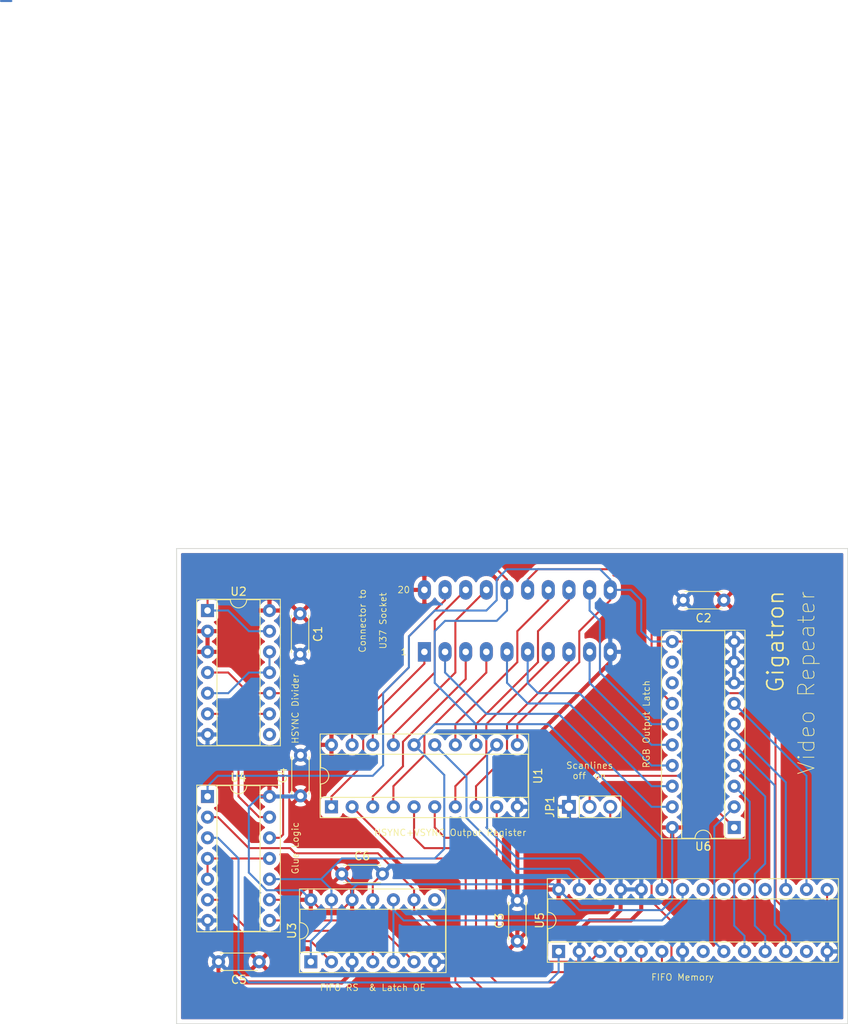
<source format=kicad_pcb>
(kicad_pcb (version 20171130) (host pcbnew "(5.1.9)-1")
  (title_block (title GTFIFO) (rev 1))
  (layers (0 Front signal) (31 Back signal) (34 B.Paste user hide) (35 F.Paste user hide) (36 B.SilkS user hide) (37 F.SilkS user) (38 B.Mask user hide) (39 F.Mask user hide) (44 Edge.Cuts user))
  (net 0 "")
  (net 1 "Net-(JP1-Pad3)")
  (net 2 "Net-(JP1-Pad2)")
  (net 3 "Net-(U1-Pad19)")
  (net 4 /GH)
  (net 5 /D7)
  (net 6 /D3)
  (net 7 /D6)
  (net 8 /D2)
  (net 9 "Net-(U1-Pad16)")
  (net 10 /GL)
  (net 11 /BH)
  (net 12 /RH)
  (net 13 /D5)
  (net 14 /D1)
  (net 15 /D4)
  (net 16 /D0)
  (net 17 /BL)
  (net 18 /RL)
  (net 19 "Net-(U1-Pad11)")
  (net 20 "Net-(U1-Pad1)")
  (net 21 "Net-(U2-Pad6)")
  (net 22 "Net-(U2-Pad11)")
  (net 23 "Net-(U2-Pad9)")
  (net 24 "Net-(U2-Pad8)")
  (net 25 "Net-(U3-Pad6)")
  (net 26 "Net-(U3-Pad10)")
  (net 27 "Net-(U3-Pad4)")
  (net 28 "Net-(U3-Pad2)")
  (net 29 "Net-(U3-Pad8)")
  (net 30 "Net-(U4-Pad11)")
  (net 31 "Net-(U4-Pad3)")
  (net 32 "Net-(U5-Pad13)")
  (net 33 /F3)
  (net 34 /F2)
  (net 35 /F1)
  (net 36 /F0)
  (net 37 "Net-(U5-Pad8)")
  (net 38 "Net-(U5-Pad21)")
  (net 39 "Net-(U5-Pad20)")
  (net 40 "Net-(U5-Pad19)")
  (net 41 "Net-(U5-Pad18)")
  (net 42 /F5)
  (net 43 /F4)
  (net 44 /Q0)
  (net 45 /Q1)
  (net 46 /Q2)
  (net 47 /Q3)
  (net 48 /Q4)
  (net 49 /Q5)
  (net 50 "Net-(U6-Pad13)")
  (net 51 "Net-(U6-Pad12)")
  (net 52 GND)
  (net 53 VCC)
  (module Package_DIP:DIP-20_W7.62mm_Socket (layer Front) (at 78.74 85.09 90)
    (fp_text reference U1 (at 3.81 25.4 90) (layer F.SilkS))
    (fp_text value 74HCT377)
    (pad 1 thru_hole rect (at 0 0 90) (size 1.6 1.6) (drill 0.8) (layers *.Cu *.Mask) (net 20 "Net-(U1-Pad1)"))
    (pad 11 thru_hole oval (at 7.62 22.86 90) (size 1.6 1.6) (drill 0.8) (layers *.Cu *.Mask) (net 19 "Net-(U1-Pad11)"))
    (pad 2 thru_hole oval (at 0 2.54 90) (size 1.6 1.6) (drill 0.8) (layers *.Cu *.Mask) (net 18 /RL))
    (pad 12 thru_hole oval (at 7.62 20.32 90) (size 1.6 1.6) (drill 0.8) (layers *.Cu *.Mask) (net 17 /BL))
    (pad 3 thru_hole oval (at 0 5.08 90) (size 1.6 1.6) (drill 0.8) (layers *.Cu *.Mask) (net 16 /D0))
    (pad 13 thru_hole oval (at 7.62 17.78 90) (size 1.6 1.6) (drill 0.8) (layers *.Cu *.Mask) (net 15 /D4))
    (pad 4 thru_hole oval (at 0 7.62 90) (size 1.6 1.6) (drill 0.8) (layers *.Cu *.Mask) (net 14 /D1))
    (pad 14 thru_hole oval (at 7.62 15.24 90) (size 1.6 1.6) (drill 0.8) (layers *.Cu *.Mask) (net 13 /D5))
    (pad 5 thru_hole oval (at 0 10.16 90) (size 1.6 1.6) (drill 0.8) (layers *.Cu *.Mask) (net 12 /RH))
    (pad 15 thru_hole oval (at 7.62 12.7 90) (size 1.6 1.6) (drill 0.8) (layers *.Cu *.Mask) (net 11 /BH))
    (pad 6 thru_hole oval (at 0 12.7 90) (size 1.6 1.6) (drill 0.8) (layers *.Cu *.Mask) (net 10 /GL))
    (pad 16 thru_hole oval (at 7.62 10.16 90) (size 1.6 1.6) (drill 0.8) (layers *.Cu *.Mask) (net 9 "Net-(U1-Pad16)"))
    (pad 7 thru_hole oval (at 0 15.24 90) (size 1.6 1.6) (drill 0.8) (layers *.Cu *.Mask) (net 8 /D2))
    (pad 17 thru_hole oval (at 7.62 7.62 90) (size 1.6 1.6) (drill 0.8) (layers *.Cu *.Mask) (net 7 /D6))
    (pad 8 thru_hole oval (at 0 17.78 90) (size 1.6 1.6) (drill 0.8) (layers *.Cu *.Mask) (net 6 /D3))
    (pad 18 thru_hole oval (at 7.62 5.08 90) (size 1.6 1.6) (drill 0.8) (layers *.Cu *.Mask) (net 5 /D7))
    (pad 9 thru_hole oval (at 0 20.32 90) (size 1.6 1.6) (drill 0.8) (layers *.Cu *.Mask) (net 4 /GH))
    (pad 19 thru_hole oval (at 7.62 2.54 90) (size 1.6 1.6) (drill 0.8) (layers *.Cu *.Mask) (net 3 "Net-(U1-Pad19)"))
    (pad 10 thru_hole oval (at 0 22.86 90) (size 1.6 1.6) (drill 0.8) (layers *.Cu *.Mask) (net 52 GND))
    (pad 20 thru_hole oval (at 7.62 0 90) (size 1.6 1.6) (drill 0.8) (layers *.Cu *.Mask) (net 53 VCC))
  )
  (module Package_DIP:DIP-14_W7.62mm_Socket (layer Front) (at 63.5 83.82)
    (fp_text reference U4 (at 3.81 -2.33) (layer F.SilkS))
    (fp_text value 74LS00)
    (pad 14 thru_hole oval (at 7.62 0) (size 1.6 1.6) (drill 0.8) (layers *.Cu *.Mask) (net 53 VCC))
    (pad 7 thru_hole oval (at 0 15.24) (size 1.6 1.6) (drill 0.8) (layers *.Cu *.Mask) (net 52 GND))
    (pad 13 thru_hole oval (at 7.62 2.54) (size 1.6 1.6) (drill 0.8) (layers *.Cu *.Mask) (net 21 "Net-(U2-Pad6)"))
    (pad 6 thru_hole oval (at 0 12.7) (size 1.6 1.6) (drill 0.8) (layers *.Cu *.Mask) (net 28 "Net-(U3-Pad2)"))
    (pad 12 thru_hole oval (at 7.62 5.08) (size 1.6 1.6) (drill 0.8) (layers *.Cu *.Mask) (net 23 "Net-(U2-Pad9)"))
    (pad 5 thru_hole oval (at 0 10.16) (size 1.6 1.6) (drill 0.8) (layers *.Cu *.Mask) (net 30 "Net-(U4-Pad11)"))
    (pad 11 thru_hole oval (at 7.62 7.62) (size 1.6 1.6) (drill 0.8) (layers *.Cu *.Mask) (net 30 "Net-(U4-Pad11)"))
    (pad 4 thru_hole oval (at 0 7.62) (size 1.6 1.6) (drill 0.8) (layers *.Cu *.Mask) (net 30 "Net-(U4-Pad11)"))
    (pad 10 thru_hole oval (at 7.62 10.16) (size 1.6 1.6) (drill 0.8) (layers *.Cu *.Mask) (net 9 "Net-(U1-Pad16)"))
    (pad 3 thru_hole oval (at 0 5.08) (size 1.6 1.6) (drill 0.8) (layers *.Cu *.Mask) (net 31 "Net-(U4-Pad3)"))
    (pad 9 thru_hole oval (at 7.62 12.7) (size 1.6 1.6) (drill 0.8) (layers *.Cu *.Mask) (net 25 "Net-(U3-Pad6)"))
    (pad 2 thru_hole oval (at 0 2.54) (size 1.6 1.6) (drill 0.8) (layers *.Cu *.Mask) (net 1 "Net-(JP1-Pad3)"))
    (pad 8 thru_hole oval (at 7.62 15.24) (size 1.6 1.6) (drill 0.8) (layers *.Cu *.Mask) (net 27 "Net-(U3-Pad4)"))
    (pad 1 thru_hole rect (at 0 0) (size 1.6 1.6) (drill 0.8) (layers *.Cu *.Mask) (net 19 "Net-(U1-Pad11)"))
  )
  (module Package_DIP:DIP-20_W7.62mm_Socket (layer Front) (at 128.27 87.63 180)
    (fp_text reference U6 (at 3.81 -2.33) (layer F.SilkS))
    (fp_text value 74HCT574)
    (pad 20 thru_hole oval (at 7.62 0 180) (size 1.6 1.6) (drill 0.8) (layers *.Cu *.Mask) (net 53 VCC))
    (pad 10 thru_hole oval (at 0 22.86 180) (size 1.6 1.6) (drill 0.8) (layers *.Cu *.Mask) (net 52 GND))
    (pad 19 thru_hole oval (at 7.62 2.54 180) (size 1.6 1.6) (drill 0.8) (layers *.Cu *.Mask) (net 44 /Q0))
    (pad 9 thru_hole oval (at 0 20.32 180) (size 1.6 1.6) (drill 0.8) (layers *.Cu *.Mask) (net 52 GND))
    (pad 18 thru_hole oval (at 7.62 5.08 180) (size 1.6 1.6) (drill 0.8) (layers *.Cu *.Mask) (net 45 /Q1))
    (pad 8 thru_hole oval (at 0 17.78 180) (size 1.6 1.6) (drill 0.8) (layers *.Cu *.Mask) (net 52 GND))
    (pad 17 thru_hole oval (at 7.62 7.62 180) (size 1.6 1.6) (drill 0.8) (layers *.Cu *.Mask) (net 46 /Q2))
    (pad 7 thru_hole oval (at 0 15.24 180) (size 1.6 1.6) (drill 0.8) (layers *.Cu *.Mask) (net 43 /F4))
    (pad 16 thru_hole oval (at 7.62 10.16 180) (size 1.6 1.6) (drill 0.8) (layers *.Cu *.Mask) (net 47 /Q3))
    (pad 6 thru_hole oval (at 0 12.7 180) (size 1.6 1.6) (drill 0.8) (layers *.Cu *.Mask) (net 42 /F5))
    (pad 15 thru_hole oval (at 7.62 12.7 180) (size 1.6 1.6) (drill 0.8) (layers *.Cu *.Mask) (net 48 /Q4))
    (pad 5 thru_hole oval (at 0 10.16 180) (size 1.6 1.6) (drill 0.8) (layers *.Cu *.Mask) (net 33 /F3))
    (pad 14 thru_hole oval (at 7.62 15.24 180) (size 1.6 1.6) (drill 0.8) (layers *.Cu *.Mask) (net 49 /Q5))
    (pad 4 thru_hole oval (at 0 7.62 180) (size 1.6 1.6) (drill 0.8) (layers *.Cu *.Mask) (net 34 /F2))
    (pad 13 thru_hole oval (at 7.62 17.78 180) (size 1.6 1.6) (drill 0.8) (layers *.Cu *.Mask) (net 50 "Net-(U6-Pad13)"))
    (pad 3 thru_hole oval (at 0 5.08 180) (size 1.6 1.6) (drill 0.8) (layers *.Cu *.Mask) (net 35 /F1))
    (pad 12 thru_hole oval (at 7.62 20.32 180) (size 1.6 1.6) (drill 0.8) (layers *.Cu *.Mask) (net 51 "Net-(U6-Pad12)"))
    (pad 2 thru_hole oval (at 0 2.54 180) (size 1.6 1.6) (drill 0.8) (layers *.Cu *.Mask) (net 36 /F0))
    (pad 11 thru_hole oval (at 7.62 22.86 180) (size 1.6 1.6) (drill 0.8) (layers *.Cu *.Mask) (net 19 "Net-(U1-Pad11)"))
    (pad 1 thru_hole rect (at 0 0 180) (size 1.6 1.6) (drill 0.8) (layers *.Cu *.Mask) (net 2 "Net-(JP1-Pad2)"))
  )
  (module Package_DIP:DIP-20_W7.62mm_Socket_LongPads (layer Front) (at 90.17 66.04 90)
    (fp_text reference U1A1 hide)
    (fp_text value Connector hide)
    (pad 20 thru_hole oval (at 7.62 0 90) (size 2.4 1.6) (drill 0.8) (layers *.Cu *.Mask) (net 53 VCC))
    (pad 10 thru_hole oval (at 0 22.86 90) (size 2.4 1.6) (drill 0.8) (layers *.Cu *.Mask) (net 52 GND))
    (pad 19 thru_hole oval (at 7.62 2.54 90) (size 2.4 1.6) (drill 0.8) (layers *.Cu *.Mask) (net 3 "Net-(U1-Pad19)"))
    (pad 9 thru_hole oval (at 0 20.32 90) (size 2.4 1.6) (drill 0.8) (layers *.Cu *.Mask) (net 47 /Q3))
    (pad 18 thru_hole oval (at 7.62 5.08 90) (size 2.4 1.6) (drill 0.8) (layers *.Cu *.Mask) (net 5 /D7))
    (pad 8 thru_hole oval (at 0 17.78 90) (size 2.4 1.6) (drill 0.8) (layers *.Cu *.Mask) (net 6 /D3))
    (pad 17 thru_hole oval (at 7.62 7.62 90) (size 2.4 1.6) (drill 0.8) (layers *.Cu *.Mask) (net 7 /D6))
    (pad 7 thru_hole oval (at 0 15.24 90) (size 2.4 1.6) (drill 0.8) (layers *.Cu *.Mask) (net 8 /D2))
    (pad 16 thru_hole oval (at 7.62 10.16 90) (size 2.4 1.6) (drill 0.8) (layers *.Cu *.Mask) (net 9 "Net-(U1-Pad16)"))
    (pad 6 thru_hole oval (at 0 12.7 90) (size 2.4 1.6) (drill 0.8) (layers *.Cu *.Mask) (net 46 /Q2))
    (pad 15 thru_hole oval (at 7.62 12.7 90) (size 2.4 1.6) (drill 0.8) (layers *.Cu *.Mask) (net 49 /Q5))
    (pad 5 thru_hole oval (at 0 10.16 90) (size 2.4 1.6) (drill 0.8) (layers *.Cu *.Mask) (net 45 /Q1))
    (pad 14 thru_hole oval (at 7.62 15.24 90) (size 2.4 1.6) (drill 0.8) (layers *.Cu *.Mask) (net 13 /D5))
    (pad 4 thru_hole oval (at 0 7.62 90) (size 2.4 1.6) (drill 0.8) (layers *.Cu *.Mask) (net 14 /D1))
    (pad 13 thru_hole oval (at 7.62 17.78 90) (size 2.4 1.6) (drill 0.8) (layers *.Cu *.Mask) (net 15 /D4))
    (pad 3 thru_hole oval (at 0 5.08 90) (size 2.4 1.6) (drill 0.8) (layers *.Cu *.Mask) (net 16 /D0))
    (pad 12 thru_hole oval (at 7.62 20.32 90) (size 2.4 1.6) (drill 0.8) (layers *.Cu *.Mask) (net 48 /Q4))
    (pad 2 thru_hole oval (at 0 2.54 90) (size 2.4 1.6) (drill 0.8) (layers *.Cu *.Mask) (net 44 /Q0))
    (pad 11 thru_hole oval (at 7.62 22.86 90) (size 2.4 1.6) (drill 0.8) (layers *.Cu *.Mask) (net 19 "Net-(U1-Pad11)"))
    (pad 1 thru_hole rect (at 0 0 90) (size 2.4 1.6) (drill 0.8) (layers *.Cu *.Mask) (net 20 "Net-(U1-Pad1)"))
  )
  (module Capacitor_THT:C_Disc_D4.3mm_W1.9mm_P5.00mm (layer Front) (at 80.01 93.345)
    (fp_text reference C6 (at 2.5 -2.2) (layer F.SilkS))
    (fp_text value 100nF)
    (pad 2 thru_hole circle (at 5 0) (size 1.6 1.6) (drill 0.8) (layers *.Cu *.Mask) (net 52 GND))
    (pad 1 thru_hole circle (at 0 0) (size 1.6 1.6) (drill 0.8) (layers *.Cu *.Mask) (net 53 VCC))
  )
  (module Capacitor_THT:C_Disc_D4.3mm_W1.9mm_P5.00mm (layer Front) (at 69.85 104.14 180)
    (fp_text reference C5 (at 2.5 -2.2) (layer F.SilkS))
    (fp_text value 100nF)
    (pad 2 thru_hole circle (at 5 0 180) (size 1.6 1.6) (drill 0.8) (layers *.Cu *.Mask) (net 52 GND))
    (pad 1 thru_hole circle (at 0 0 180) (size 1.6 1.6) (drill 0.8) (layers *.Cu *.Mask) (net 53 VCC))
  )
  (module Capacitor_THT:C_Disc_D4.3mm_W1.9mm_P5.00mm (layer Front) (at 74.93 83.74 90)
    (fp_text reference C4 (at 2.5 -2.2 90) (layer F.SilkS))
    (fp_text value 100nF)
    (pad 2 thru_hole circle (at 5 0 90) (size 1.6 1.6) (drill 0.8) (layers *.Cu *.Mask) (net 52 GND))
    (pad 1 thru_hole circle (at 0 0 90) (size 1.6 1.6) (drill 0.8) (layers *.Cu *.Mask) (net 53 VCC))
  )
  (module Capacitor_THT:C_Disc_D4.3mm_W1.9mm_P5.00mm (layer Front) (at 101.6 101.6 90)
    (fp_text reference C3 (at 2.5 -2.2 90) (layer F.SilkS))
    (fp_text value 100nF)
    (pad 2 thru_hole circle (at 5 0 90) (size 1.6 1.6) (drill 0.8) (layers *.Cu *.Mask) (net 52 GND))
    (pad 1 thru_hole circle (at 0 0 90) (size 1.6 1.6) (drill 0.8) (layers *.Cu *.Mask) (net 53 VCC))
  )
  (module Capacitor_THT:C_Disc_D4.3mm_W1.9mm_P5.00mm (layer Front) (at 127 59.69 180)
    (fp_text reference C2 (at 2.5 -2.2) (layer F.SilkS))
    (fp_text value 100nF)
    (pad 2 thru_hole circle (at 5 0 180) (size 1.6 1.6) (drill 0.8) (layers *.Cu *.Mask) (net 52 GND))
    (pad 1 thru_hole circle (at 0 0 180) (size 1.6 1.6) (drill 0.8) (layers *.Cu *.Mask) (net 53 VCC))
  )
  (module Capacitor_THT:C_Disc_D4.3mm_W1.9mm_P5.00mm (layer Front) (at 74.8792 61.341 270)
    (fp_text reference C1 (at 2.5 -2.2 90) (layer F.SilkS))
    (fp_text value 100nF)
    (pad 2 thru_hole circle (at 5 0 270) (size 1.6 1.6) (drill 0.8) (layers *.Cu *.Mask) (net 52 GND))
    (pad 1 thru_hole circle (at 0 0 270) (size 1.6 1.6) (drill 0.8) (layers *.Cu *.Mask) (net 53 VCC))
  )
  (module Package_DIP:DIP-28_W7.62mm_Socket (layer Front) (at 106.68 102.87 90)
    (fp_text reference U5 (at 3.81 -2.33 90) (layer F.SilkS))
    (fp_text value SN74ACT7201)
    (pad 28 thru_hole oval (at 7.62 0 90) (size 1.6 1.6) (drill 0.8) (layers *.Cu *.Mask) (net 53 VCC))
    (pad 14 thru_hole oval (at 0 33.02 90) (size 1.6 1.6) (drill 0.8) (layers *.Cu *.Mask) (net 52 GND))
    (pad 27 thru_hole oval (at 7.62 2.54 90) (size 1.6 1.6) (drill 0.8) (layers *.Cu *.Mask) (net 11 /BH))
    (pad 13 thru_hole oval (at 0 30.48 90) (size 1.6 1.6) (drill 0.8) (layers *.Cu *.Mask) (net 32 "Net-(U5-Pad13)"))
    (pad 26 thru_hole oval (at 7.62 5.08 90) (size 1.6 1.6) (drill 0.8) (layers *.Cu *.Mask) (net 17 /BL))
    (pad 12 thru_hole oval (at 0 27.94 90) (size 1.6 1.6) (drill 0.8) (layers *.Cu *.Mask) (net 33 /F3))
    (pad 25 thru_hole oval (at 7.62 7.62 90) (size 1.6 1.6) (drill 0.8) (layers *.Cu *.Mask) (net 52 GND))
    (pad 11 thru_hole oval (at 0 25.4 90) (size 1.6 1.6) (drill 0.8) (layers *.Cu *.Mask) (net 34 /F2))
    (pad 24 thru_hole oval (at 7.62 10.16 90) (size 1.6 1.6) (drill 0.8) (layers *.Cu *.Mask) (net 52 GND))
    (pad 10 thru_hole oval (at 0 22.86 90) (size 1.6 1.6) (drill 0.8) (layers *.Cu *.Mask) (net 35 /F1))
    (pad 23 thru_hole oval (at 7.62 12.7 90) (size 1.6 1.6) (drill 0.8) (layers *.Cu *.Mask) (net 9 "Net-(U1-Pad16)"))
    (pad 9 thru_hole oval (at 0 20.32 90) (size 1.6 1.6) (drill 0.8) (layers *.Cu *.Mask) (net 36 /F0))
    (pad 22 thru_hole oval (at 7.62 15.24 90) (size 1.6 1.6) (drill 0.8) (layers *.Cu *.Mask) (net 26 "Net-(U3-Pad10)"))
    (pad 8 thru_hole oval (at 0 17.78 90) (size 1.6 1.6) (drill 0.8) (layers *.Cu *.Mask) (net 37 "Net-(U5-Pad8)"))
    (pad 21 thru_hole oval (at 7.62 17.78 90) (size 1.6 1.6) (drill 0.8) (layers *.Cu *.Mask) (net 38 "Net-(U5-Pad21)"))
    (pad 7 thru_hole oval (at 0 15.24 90) (size 1.6 1.6) (drill 0.8) (layers *.Cu *.Mask) (net 52 GND))
    (pad 20 thru_hole oval (at 7.62 20.32 90) (size 1.6 1.6) (drill 0.8) (layers *.Cu *.Mask) (net 39 "Net-(U5-Pad20)"))
    (pad 6 thru_hole oval (at 0 12.7 90) (size 1.6 1.6) (drill 0.8) (layers *.Cu *.Mask) (net 18 /RL))
    (pad 19 thru_hole oval (at 7.62 22.86 90) (size 1.6 1.6) (drill 0.8) (layers *.Cu *.Mask) (net 40 "Net-(U5-Pad19)"))
    (pad 5 thru_hole oval (at 0 10.16 90) (size 1.6 1.6) (drill 0.8) (layers *.Cu *.Mask) (net 12 /RH))
    (pad 18 thru_hole oval (at 7.62 25.4 90) (size 1.6 1.6) (drill 0.8) (layers *.Cu *.Mask) (net 41 "Net-(U5-Pad18)"))
    (pad 4 thru_hole oval (at 0 7.62 90) (size 1.6 1.6) (drill 0.8) (layers *.Cu *.Mask) (net 10 /GL))
    (pad 17 thru_hole oval (at 7.62 27.94 90) (size 1.6 1.6) (drill 0.8) (layers *.Cu *.Mask) (net 42 /F5))
    (pad 3 thru_hole oval (at 0 5.08 90) (size 1.6 1.6) (drill 0.8) (layers *.Cu *.Mask) (net 4 /GH))
    (pad 16 thru_hole oval (at 7.62 30.48 90) (size 1.6 1.6) (drill 0.8) (layers *.Cu *.Mask) (net 43 /F4))
    (pad 2 thru_hole oval (at 0 2.54 90) (size 1.6 1.6) (drill 0.8) (layers *.Cu *.Mask) (net 52 GND))
    (pad 15 thru_hole oval (at 7.62 33.02 90) (size 1.6 1.6) (drill 0.8) (layers *.Cu *.Mask) (net 19 "Net-(U1-Pad11)"))
    (pad 1 thru_hole rect (at 0 0 90) (size 1.6 1.6) (drill 0.8) (layers *.Cu *.Mask) (net 31 "Net-(U4-Pad3)"))
  )
  (module Package_DIP:DIP-14_W7.62mm_Socket (layer Front) (at 76.2 104.14 90)
    (fp_text reference U3 (at 3.81 -2.33 90) (layer F.SilkS))
    (fp_text value 74LS113)
    (pad 14 thru_hole oval (at 7.62 0 90) (size 1.6 1.6) (drill 0.8) (layers *.Cu *.Mask) (net 53 VCC))
    (pad 7 thru_hole oval (at 0 15.24 90) (size 1.6 1.6) (drill 0.8) (layers *.Cu *.Mask) (net 52 GND))
    (pad 13 thru_hole oval (at 7.62 2.54 90) (size 1.6 1.6) (drill 0.8) (layers *.Cu *.Mask) (net 9 "Net-(U1-Pad16)"))
    (pad 6 thru_hole oval (at 0 12.7 90) (size 1.6 1.6) (drill 0.8) (layers *.Cu *.Mask) (net 25 "Net-(U3-Pad6)"))
    (pad 12 thru_hole oval (at 7.62 5.08 90) (size 1.6 1.6) (drill 0.8) (layers *.Cu *.Mask) (net 53 VCC))
    (pad 5 thru_hole oval (at 0 10.16 90) (size 1.6 1.6) (drill 0.8) (layers *.Cu *.Mask) (net 26 "Net-(U3-Pad10)"))
    (pad 11 thru_hole oval (at 7.62 7.62 90) (size 1.6 1.6) (drill 0.8) (layers *.Cu *.Mask) (net 52 GND))
    (pad 4 thru_hole oval (at 0 7.62 90) (size 1.6 1.6) (drill 0.8) (layers *.Cu *.Mask) (net 27 "Net-(U3-Pad4)"))
    (pad 10 thru_hole oval (at 7.62 10.16 90) (size 1.6 1.6) (drill 0.8) (layers *.Cu *.Mask) (net 26 "Net-(U3-Pad10)"))
    (pad 3 thru_hole oval (at 0 5.08 90) (size 1.6 1.6) (drill 0.8) (layers *.Cu *.Mask) (net 52 GND))
    (pad 9 thru_hole oval (at 7.62 12.7 90) (size 1.6 1.6) (drill 0.8) (layers *.Cu *.Mask) (net 1 "Net-(JP1-Pad3)"))
    (pad 2 thru_hole oval (at 0 2.54 90) (size 1.6 1.6) (drill 0.8) (layers *.Cu *.Mask) (net 28 "Net-(U3-Pad2)"))
    (pad 8 thru_hole oval (at 7.62 15.24 90) (size 1.6 1.6) (drill 0.8) (layers *.Cu *.Mask) (net 29 "Net-(U3-Pad8)"))
    (pad 1 thru_hole rect (at 0 0 90) (size 1.6 1.6) (drill 0.8) (layers *.Cu *.Mask) (net 9 "Net-(U1-Pad16)"))
  )
  (module Package_DIP:DIP-14_W7.62mm_Socket (layer Front) (at 63.5 60.96)
    (fp_text reference U2 (at 3.81 -2.33) (layer F.SilkS))
    (fp_text value 74LS113)
    (pad 14 thru_hole oval (at 7.62 0) (size 1.6 1.6) (drill 0.8) (layers *.Cu *.Mask) (net 53 VCC))
    (pad 7 thru_hole oval (at 0 15.24) (size 1.6 1.6) (drill 0.8) (layers *.Cu *.Mask) (net 52 GND))
    (pad 13 thru_hole oval (at 7.62 2.54) (size 1.6 1.6) (drill 0.8) (layers *.Cu *.Mask) (net 9 "Net-(U1-Pad16)"))
    (pad 6 thru_hole oval (at 0 12.7) (size 1.6 1.6) (drill 0.8) (layers *.Cu *.Mask) (net 21 "Net-(U2-Pad6)"))
    (pad 12 thru_hole oval (at 7.62 5.08) (size 1.6 1.6) (drill 0.8) (layers *.Cu *.Mask) (net 22 "Net-(U2-Pad11)"))
    (pad 5 thru_hole oval (at 0 10.16) (size 1.6 1.6) (drill 0.8) (layers *.Cu *.Mask) (net 22 "Net-(U2-Pad11)"))
    (pad 11 thru_hole oval (at 7.62 7.62) (size 1.6 1.6) (drill 0.8) (layers *.Cu *.Mask) (net 22 "Net-(U2-Pad11)"))
    (pad 4 thru_hole oval (at 0 7.62) (size 1.6 1.6) (drill 0.8) (layers *.Cu *.Mask) (net 3 "Net-(U1-Pad19)"))
    (pad 10 thru_hole oval (at 7.62 10.16) (size 1.6 1.6) (drill 0.8) (layers *.Cu *.Mask) (net 3 "Net-(U1-Pad19)"))
    (pad 3 thru_hole oval (at 0 5.08) (size 1.6 1.6) (drill 0.8) (layers *.Cu *.Mask) (net 53 VCC))
    (pad 9 thru_hole oval (at 7.62 12.7) (size 1.6 1.6) (drill 0.8) (layers *.Cu *.Mask) (net 23 "Net-(U2-Pad9)"))
    (pad 2 thru_hole oval (at 0 2.54) (size 1.6 1.6) (drill 0.8) (layers *.Cu *.Mask) (net 53 VCC))
    (pad 8 thru_hole oval (at 7.62 15.24) (size 1.6 1.6) (drill 0.8) (layers *.Cu *.Mask) (net 24 "Net-(U2-Pad8)"))
    (pad 1 thru_hole rect (at 0 0) (size 1.6 1.6) (drill 0.8) (layers *.Cu *.Mask) (net 9 "Net-(U1-Pad16)"))
  )
  (module Connector_PinHeader_2.54mm:PinHeader_1x03_P2.54mm_Vertical (layer Front) (at 107.95 85.09 90)
    (fp_text reference JP1 (at 0 -2.33 90) (layer F.SilkS))
    (fp_text value Jumper_NC_Dual)
    (pad 3 thru_hole oval (at 0 5.08 90) (size 1.7 1.7) (drill 1) (layers *.Cu *.Mask) (net 1 "Net-(JP1-Pad3)"))
    (pad 2 thru_hole oval (at 0 2.54 90) (size 1.7 1.7) (drill 1) (layers *.Cu *.Mask) (net 2 "Net-(JP1-Pad2)"))
    (pad 1 thru_hole rect (at 0 0 90) (size 1.7 1.7) (drill 1) (layers *.Cu *.Mask) (net 52 GND))
  )
  (gr_text "HSYNC Divider" (at 74.295 73.025 90) (layer F.SilkS) (effects (font (size 0.8 0.8) (thickness 0.1))))
  (gr_text "Video Repeater" (at 137.16 69.85 90) (layer F.SilkS) (effects (font (size 2 2) (thickness 0.1))))
  (gr_text "RGB Output Latch" (at 117.475 74.93 90) (layer F.SilkS) (effects (font (size 0.8 0.8) (thickness 0.1))))
  (gr_text "Glue Logic" (at 74.295 90.17 90) (layer F.SilkS) (effects (font (size 0.8 0.8) (thickness 0.1))))
  (gr_text "HSYNC+VSYNC Output Register" (at 93.345 88.265) (layer F.SilkS) (effects (font (size 0.8 0.8) (thickness 0.1))))
  (gr_text "FIFO RS  & Latch OE" (at 83.82 107.315) (layer F.SilkS) (effects (font (size 0.8 0.8) (thickness 0.1))))
  (gr_text "FIFO Memory" (at 121.92 106.045) (layer F.SilkS) (effects (font (size 0.8 0.8) (thickness 0.1))))
  (gr_text 20 (at 87.63 58.42) (layer F.SilkS) (effects (font (size 0.8 0.8) (thickness 0.1))))
  (gr_text 1 (at 87.63 66.04) (layer F.SilkS) (effects (font (size 0.8 0.8) (thickness 0.1))))
  (gr_text "U37 Socket" (at 85.09 62.23 90) (layer F.SilkS) (effects (font (size 0.8 0.8) (thickness 0.1))))
  (gr_text "Connector to" (at 82.55 62.23 90) (layer F.SilkS) (effects (font (size 0.8 0.8) (thickness 0.1))))
  (gr_text on (at 111.76 81.28) (layer F.SilkS) (effects (font (size 0.8 0.8) (thickness 0.1))))
  (gr_text off (at 109.22 81.28) (layer F.SilkS) (effects (font (size 0.8 0.8) (thickness 0.1))))
  (gr_text Scanlines (at 110.49 80.01) (layer F.SilkS) (effects (font (size 0.8 0.8) (thickness 0.1))))
  (gr_text Gigatron (at 133.35 64.77 90) (layer F.SilkS) (effects (font (size 2 2) (thickness 0.2))))
  (gr_line (start 142.24 53.34) (end 142.24 111.76) (layer Edge.Cuts) (width 0.1))
  (gr_line (start 59.69 53.34) (end 142.24 53.34) (layer Edge.Cuts) (width 0.1))
  (gr_line (start 59.69 111.76) (end 59.69 53.34) (layer Edge.Cuts) (width 0.1))
  (gr_line (start 142.24 111.76) (end 59.69 111.76) (layer Edge.Cuts) (width 0.1))
  (segment (start 39.37 -13.97) (end 38.1 -13.97) (width 0.25) (layer Back) (net 0))
  (segment (start 118.11 96.709998) (end 118.11 92.71) (width 0.25) (layer Front) (net 1))
  (segment (start 120.555001 99.154999) (end 118.11 96.709998) (width 0.25) (layer Front) (net 1))
  (segment (start 120.555001 106.774999) (end 120.555001 99.154999) (width 0.25) (layer Front) (net 1))
  (segment (start 118.11 109.22) (end 120.555001 106.774999) (width 0.25) (layer Front) (net 1))
  (segment (start 96.52 109.22) (end 118.11 109.22) (width 0.25) (layer Front) (net 1))
  (segment (start 93.98 102.87) (end 93.98 106.68) (width 0.25) (layer Front) (net 1))
  (segment (start 88.9 97.79) (end 93.98 102.87) (width 0.25) (layer Front) (net 1))
  (segment (start 88.9 96.52) (end 88.9 97.79) (width 0.25) (layer Front) (net 1))
  (segment (start 116.205 90.805) (end 113.03 87.63) (width 0.25) (layer Front) (net 1))
  (segment (start 118.11 92.71) (end 116.205 90.805) (width 0.25) (layer Front) (net 1))
  (segment (start 116.205 90.805) (end 115.57 90.17) (width 0.25) (layer Front) (net 1))
  (segment (start 113.03 87.63) (end 113.03 85.09) (width 0.25) (layer Front) (net 1))
  (segment (start 64.00001 86.56711) (end 63.85356 86.71356) (width 0.25) (layer Front) (net 1))
  (segment (start 64.00001 86.36) (end 64.00001 86.56711) (width 0.25) (layer Front) (net 1))
  (segment (start 93.98 106.68) (end 96.52 109.22) (width 0.25) (layer Front) (net 1))
  (segment (start 88.9 96.52) (end 88.9 95.25) (width 0.25) (layer Front) (net 1))
  (segment (start 68.58 90.17) (end 64.77 86.36) (width 0.25) (layer Front) (net 1))
  (segment (start 64.77 86.36) (end 64.00001 86.36) (width 0.25) (layer Front) (net 1))
  (segment (start 73.66 90.17) (end 68.58 90.17) (width 0.25) (layer Front) (net 1))
  (segment (start 88.9 95.25) (end 84.455 90.805) (width 0.25) (layer Front) (net 1))
  (segment (start 74.295 90.805) (end 73.66 90.17) (width 0.25) (layer Front) (net 1))
  (segment (start 84.455 90.805) (end 74.295 90.805) (width 0.25) (layer Front) (net 1))
  (segment (start 111.76 81.28) (end 110.49 82.55) (width 0.25) (layer Front) (net 2))
  (segment (start 110.49 82.55) (end 110.49 85.09) (width 0.25) (layer Front) (net 2))
  (segment (start 121.92 81.28) (end 111.76 81.28) (width 0.25) (layer Front) (net 2))
  (segment (start 128.27 87.63) (end 121.92 81.28) (width 0.25) (layer Front) (net 2))
  (segment (start 71.12 71.12) (end 68.58 71.12) (width 0.25) (layer Front) (net 3))
  (segment (start 68.58 71.12) (end 66.04 68.58) (width 0.25) (layer Front) (net 3))
  (segment (start 66.04 68.58) (end 63.5 68.58) (width 0.25) (layer Front) (net 3))
  (segment (start 92.71 58.42) (end 92.71 59.055) (width 0.25) (layer Front) (net 3))
  (segment (start 81.28 74.93) (end 81.28 77.47) (width 0.25) (layer Front) (net 3))
  (segment (start 88.265 67.945) (end 81.28 74.93) (width 0.25) (layer Front) (net 3))
  (segment (start 92.71 59.69) (end 88.265 64.135) (width 0.25) (layer Front) (net 3))
  (segment (start 88.265 64.135) (end 88.265 67.945) (width 0.25) (layer Front) (net 3))
  (segment (start 92.71 58.42) (end 92.71 59.69) (width 0.25) (layer Front) (net 3))
  (segment (start 72.39 71.12) (end 71.12 71.12) (width 0.25) (layer Front) (net 3))
  (segment (start 81.28 74.93) (end 77.47 71.12) (width 0.25) (layer Front) (net 3))
  (segment (start 77.47 71.12) (end 71.12 71.12) (width 0.25) (layer Front) (net 3))
  (segment (start 99.06 85.09) (end 99.06 102.87) (width 0.25) (layer Front) (net 4))
  (segment (start 99.06 102.87) (end 100.33 104.14) (width 0.25) (layer Front) (net 4))
  (segment (start 110.49 104.14) (end 111.76 102.87) (width 0.25) (layer Front) (net 4))
  (segment (start 100.33 104.14) (end 110.49 104.14) (width 0.25) (layer Front) (net 4))
  (segment (start 91.44 62.23) (end 95.25 58.42) (width 0.25) (layer Front) (net 5))
  (segment (start 91.44 68.58) (end 91.44 62.23) (width 0.25) (layer Front) (net 5))
  (segment (start 83.82 76.2) (end 91.44 68.58) (width 0.25) (layer Front) (net 5))
  (segment (start 83.82 77.47) (end 83.82 76.2) (width 0.25) (layer Front) (net 5))
  (segment (start 107.95 67.31) (end 107.95 66.04) (width 0.25) (layer Front) (net 6))
  (segment (start 100.33 74.93) (end 107.95 67.31) (width 0.25) (layer Front) (net 6))
  (segment (start 100.33 78.74) (end 100.33 74.93) (width 0.25) (layer Front) (net 6))
  (segment (start 96.52 82.55) (end 100.33 78.74) (width 0.25) (layer Front) (net 6))
  (segment (start 96.52 85.09) (end 96.52 82.55) (width 0.25) (layer Front) (net 6))
  (segment (start 86.36 77.47) (end 86.36 76.2) (width 0.25) (layer Front) (net 7))
  (segment (start 86.36 76.2) (end 93.98 68.58) (width 0.25) (layer Front) (net 7))
  (segment (start 93.98 68.58) (end 93.98 62.23) (width 0.25) (layer Front) (net 7))
  (segment (start 93.98 62.23) (end 96.52 59.69) (width 0.25) (layer Front) (net 7))
  (segment (start 96.52 59.69) (end 97.79 58.42) (width 0.25) (layer Front) (net 7))
  (segment (start 105.41 67.31) (end 105.41 66.04) (width 0.25) (layer Front) (net 8))
  (segment (start 97.79 74.93) (end 105.41 67.31) (width 0.25) (layer Front) (net 8))
  (segment (start 97.79 78.74) (end 97.79 74.93) (width 0.25) (layer Front) (net 8))
  (segment (start 93.98 82.55) (end 97.79 78.74) (width 0.25) (layer Front) (net 8))
  (segment (start 93.98 85.09) (end 93.98 82.55) (width 0.25) (layer Front) (net 8))
  (segment (start 76.2 104.14) (end 76.2 101.6) (width 0.25) (layer Back) (net 9))
  (segment (start 76.2 101.6) (end 78.74 99.06) (width 0.25) (layer Back) (net 9))
  (segment (start 78.74 99.06) (end 78.74 96.52) (width 0.25) (layer Back) (net 9))
  (segment (start 78.74 96.52) (end 78.74 95.25) (width 0.25) (layer Back) (net 9))
  (segment (start 76.2 93.98) (end 71.12 93.98) (width 0.25) (layer Back) (net 9))
  (segment (start 78.74 95.25) (end 77.47 93.98) (width 0.25) (layer Back) (net 9))
  (segment (start 71.12 63.5) (end 68.58 63.5) (width 0.25) (layer Back) (net 9))
  (segment (start 68.58 63.5) (end 66.04 60.96) (width 0.25) (layer Back) (net 9))
  (segment (start 66.04 60.96) (end 63.5 60.96) (width 0.25) (layer Back) (net 9))
  (segment (start 76.2 93.98) (end 77.47 93.98) (width 0.25) (layer Back) (net 9))
  (segment (start 100.33 60.96) (end 99.06 62.23) (width 0.25) (layer Back) (net 9))
  (segment (start 100.33 58.42) (end 100.33 60.96) (width 0.25) (layer Back) (net 9))
  (segment (start 99.06 62.23) (end 92.71 62.23) (width 0.25) (layer Back) (net 9))
  (segment (start 92.71 62.23) (end 91.44 63.5) (width 0.25) (layer Back) (net 9))
  (segment (start 88.9 77.47) (end 90.17 76.2) (width 0.25) (layer Back) (net 9))
  (segment (start 90.17 76.2) (end 91.44 74.93) (width 0.25) (layer Back) (net 9))
  (segment (start 119.38 88.9) (end 105.41 74.93) (width 0.25) (layer Back) (net 9))
  (segment (start 119.38 95.25) (end 119.38 88.9) (width 0.25) (layer Back) (net 9))
  (segment (start 105.41 74.93) (end 96.52 74.93) (width 0.25) (layer Back) (net 9))
  (segment (start 96.52 74.93) (end 91.44 69.85) (width 0.25) (layer Back) (net 9))
  (segment (start 91.44 63.5) (end 91.44 69.85) (width 0.25) (layer Back) (net 9))
  (segment (start 91.44 74.93) (end 96.52 74.93) (width 0.25) (layer Back) (net 9))
  (segment (start 100.33 58.42) (end 100.33 57.15) (width 0.25) (layer Front) (net 9))
  (segment (start 63.5 58.42) (end 63.5 60.96) (width 0.25) (layer Front) (net 9))
  (segment (start 65.57502 56.34498) (end 63.5 58.42) (width 0.25) (layer Front) (net 9))
  (segment (start 100.33 57.15) (end 98.425 55.245) (width 0.25) (layer Front) (net 9))
  (segment (start 98.425 55.245) (end 66.675 55.245) (width 0.25) (layer Front) (net 9))
  (segment (start 66.675 55.245) (end 65.405 56.515) (width 0.25) (layer Front) (net 9))
  (segment (start 92.615001 81.185001) (end 88.9 77.47) (width 0.25) (layer Back) (net 9))
  (segment (start 92.615001 90.264999) (end 92.615001 81.185001) (width 0.25) (layer Back) (net 9))
  (segment (start 91.44 91.44) (end 92.615001 90.264999) (width 0.25) (layer Back) (net 9))
  (segment (start 80.01 91.44) (end 91.44 91.44) (width 0.25) (layer Back) (net 9))
  (segment (start 77.47 93.98) (end 80.01 91.44) (width 0.25) (layer Back) (net 9))
  (segment (start 114.3 102.87) (end 114.3 104.14) (width 0.25) (layer Front) (net 10))
  (segment (start 114.3 104.14) (end 113.03 105.41) (width 0.25) (layer Front) (net 10))
  (segment (start 97.79 91.44) (end 95.25 88.9) (width 0.25) (layer Front) (net 10))
  (segment (start 95.25 88.9) (end 92.71 88.9) (width 0.25) (layer Front) (net 10))
  (segment (start 92.71 88.9) (end 91.44 87.63) (width 0.25) (layer Front) (net 10))
  (segment (start 91.44 87.63) (end 91.44 85.09) (width 0.25) (layer Front) (net 10))
  (segment (start 99.695 105.41) (end 97.79 103.505) (width 0.25) (layer Front) (net 10))
  (segment (start 97.79 103.505) (end 97.79 91.44) (width 0.25) (layer Front) (net 10))
  (segment (start 113.03 105.41) (end 99.695 105.41) (width 0.25) (layer Front) (net 10))
  (segment (start 95.344999 81.374999) (end 95.344999 86.454999) (width 0.25) (layer Back) (net 11))
  (segment (start 91.44 77.47) (end 95.344999 81.374999) (width 0.25) (layer Back) (net 11))
  (segment (start 95.344999 86.454999) (end 101.6 92.71) (width 0.25) (layer Back) (net 11))
  (segment (start 101.6 92.71) (end 107.95 92.71) (width 0.25) (layer Back) (net 11))
  (segment (start 107.95 92.71) (end 109.22 93.98) (width 0.25) (layer Back) (net 11))
  (segment (start 109.22 93.98) (end 109.22 95.25) (width 0.25) (layer Back) (net 11))
  (segment (start 88.9 85.09) (end 88.9 88.9) (width 0.25) (layer Front) (net 12))
  (segment (start 88.9 88.9) (end 90.17 90.17) (width 0.25) (layer Front) (net 12))
  (segment (start 90.17 90.17) (end 93.98 90.17) (width 0.25) (layer Front) (net 12))
  (segment (start 93.98 90.17) (end 96.52 92.71) (width 0.25) (layer Front) (net 12))
  (segment (start 96.52 92.71) (end 96.52 104.14) (width 0.25) (layer Front) (net 12))
  (segment (start 96.52 104.14) (end 97.79 105.41) (width 0.25) (layer Front) (net 12))
  (segment (start 115.57 105.41) (end 116.84 104.14) (width 0.25) (layer Front) (net 12))
  (segment (start 116.84 104.14) (end 116.84 102.87) (width 0.25) (layer Front) (net 12))
  (segment (start 97.79 105.41) (end 99.06 106.68) (width 0.25) (layer Front) (net 12))
  (segment (start 99.06 106.68) (end 114.3 106.68) (width 0.25) (layer Front) (net 12))
  (segment (start 114.3 106.68) (end 115.57 105.41) (width 0.25) (layer Front) (net 12))
  (segment (start 93.98 77.47) (end 93.98 74.93) (width 0.25) (layer Front) (net 13))
  (segment (start 101.6 67.31) (end 101.6 63.5) (width 0.25) (layer Front) (net 13))
  (segment (start 101.6 63.5) (end 105.41 59.69) (width 0.25) (layer Front) (net 13))
  (segment (start 105.41 59.69) (end 105.41 58.42) (width 0.25) (layer Front) (net 13))
  (segment (start 93.98 74.93) (end 101.6 67.31) (width 0.25) (layer Front) (net 13))
  (segment (start 97.79 68.58) (end 97.79 66.04) (width 0.25) (layer Front) (net 14))
  (segment (start 90.17 76.2) (end 97.79 68.58) (width 0.25) (layer Front) (net 14))
  (segment (start 90.17 78.74) (end 90.17 76.2) (width 0.25) (layer Front) (net 14))
  (segment (start 86.36 82.55) (end 90.17 78.74) (width 0.25) (layer Front) (net 14))
  (segment (start 86.36 85.09) (end 86.36 82.55) (width 0.25) (layer Front) (net 14))
  (segment (start 96.52 77.47) (end 96.52 74.93) (width 0.25) (layer Front) (net 15))
  (segment (start 96.52 74.93) (end 104.14 67.31) (width 0.25) (layer Front) (net 15))
  (segment (start 104.14 67.31) (end 104.14 63.5) (width 0.25) (layer Front) (net 15))
  (segment (start 104.14 63.5) (end 107.95 59.69) (width 0.25) (layer Front) (net 15))
  (segment (start 107.95 59.69) (end 107.95 58.42) (width 0.25) (layer Front) (net 15))
  (segment (start 83.82 83.82) (end 83.82 85.09) (width 0.25) (layer Front) (net 16))
  (segment (start 87.535001 80.104999) (end 83.82 83.82) (width 0.25) (layer Front) (net 16))
  (segment (start 87.535001 77.095997) (end 87.535001 80.104999) (width 0.25) (layer Front) (net 16))
  (segment (start 95.25 69.380998) (end 87.535001 77.095997) (width 0.25) (layer Front) (net 16))
  (segment (start 95.25 66.04) (end 95.25 69.380998) (width 0.25) (layer Front) (net 16))
  (segment (start 97.884999 78.645001) (end 99.06 77.47) (width 0.25) (layer Back) (net 17))
  (segment (start 97.884999 87.535001) (end 97.884999 78.645001) (width 0.25) (layer Back) (net 17))
  (segment (start 101.6 91.44) (end 97.79 87.63) (width 0.25) (layer Back) (net 17))
  (segment (start 109.22 91.44) (end 101.6 91.44) (width 0.25) (layer Back) (net 17))
  (segment (start 97.79 87.63) (end 97.884999 87.535001) (width 0.25) (layer Back) (net 17))
  (segment (start 111.76 93.98) (end 109.22 91.44) (width 0.25) (layer Back) (net 17))
  (segment (start 111.76 95.25) (end 111.76 93.98) (width 0.25) (layer Back) (net 17))
  (segment (start 119.38 105.41) (end 119.38 102.87) (width 0.25) (layer Front) (net 18))
  (segment (start 97.79 107.95) (end 116.84 107.95) (width 0.25) (layer Front) (net 18))
  (segment (start 95.25 105.41) (end 97.79 107.95) (width 0.25) (layer Front) (net 18))
  (segment (start 92.71 91.44) (end 95.25 93.98) (width 0.25) (layer Front) (net 18))
  (segment (start 95.25 93.98) (end 95.25 105.41) (width 0.25) (layer Front) (net 18))
  (segment (start 87.63 91.44) (end 92.71 91.44) (width 0.25) (layer Front) (net 18))
  (segment (start 116.84 107.95) (end 119.38 105.41) (width 0.25) (layer Front) (net 18))
  (segment (start 81.28 85.09) (end 87.63 91.44) (width 0.25) (layer Front) (net 18))
  (segment (start 113.03 59.69) (end 113.03 58.42) (width 0.25) (layer Front) (net 19))
  (segment (start 109.22 63.5) (end 113.03 59.69) (width 0.25) (layer Front) (net 19))
  (segment (start 109.22 67.31) (end 109.22 63.5) (width 0.25) (layer Front) (net 19))
  (segment (start 101.6 74.93) (end 109.22 67.31) (width 0.25) (layer Front) (net 19))
  (segment (start 101.6 77.47) (end 101.6 74.93) (width 0.25) (layer Front) (net 19))
  (segment (start 139.7 97.155) (end 139.7 95.25) (width 0.25) (layer Front) (net 19))
  (segment (start 139.065 97.79) (end 139.7 97.155) (width 0.25) (layer Front) (net 19))
  (segment (start 134.62 97.79) (end 139.065 97.79) (width 0.25) (layer Front) (net 19))
  (segment (start 133.35 96.52) (end 134.62 97.79) (width 0.25) (layer Front) (net 19))
  (segment (start 113.03 58.42) (end 115.57 58.42) (width 0.25) (layer Back) (net 19))
  (segment (start 115.57 58.42) (end 116.84 59.69) (width 0.25) (layer Back) (net 19))
  (segment (start 116.84 59.69) (end 116.84 63.5) (width 0.25) (layer Back) (net 19))
  (segment (start 118.11 64.77) (end 120.65 64.77) (width 0.25) (layer Back) (net 19))
  (segment (start 116.84 63.5) (end 118.11 64.77) (width 0.25) (layer Back) (net 19))
  (segment (start 120.65 64.77) (end 123.19 64.77) (width 0.25) (layer Front) (net 19))
  (segment (start 123.19 64.77) (end 124.46 66.04) (width 0.25) (layer Front) (net 19))
  (segment (start 124.46 66.04) (end 124.46 69.85) (width 0.25) (layer Front) (net 19))
  (segment (start 124.46 69.85) (end 125.73 71.12) (width 0.25) (layer Front) (net 19))
  (segment (start 125.73 71.12) (end 130.175 71.12) (width 0.25) (layer Front) (net 19))
  (segment (start 130.175 71.12) (end 133.35 74.295) (width 0.25) (layer Front) (net 19))
  (segment (start 133.35 74.295) (end 133.35 76.2) (width 0.25) (layer Front) (net 19))
  (segment (start 133.35 76.2) (end 133.35 96.52) (width 0.25) (layer Front) (net 19))
  (segment (start 133.35 75.565) (end 133.35 76.2) (width 0.25) (layer Front) (net 19))
  (segment (start 63.5 83.82) (end 63.5 82.55) (width 0.25) (layer Back) (net 19))
  (segment (start 88.265 64.135) (end 91.44 60.96) (width 0.25) (layer Back) (net 19))
  (segment (start 85.09 71.12) (end 88.265 67.945) (width 0.25) (layer Back) (net 19))
  (segment (start 88.265 67.945) (end 88.265 64.135) (width 0.25) (layer Back) (net 19))
  (segment (start 91.44 60.96) (end 97.79 60.96) (width 0.25) (layer Back) (net 19))
  (segment (start 97.79 60.96) (end 99.06 59.69) (width 0.25) (layer Back) (net 19))
  (segment (start 99.06 57.15) (end 100.33 55.88) (width 0.25) (layer Back) (net 19))
  (segment (start 100.33 55.88) (end 111.76 55.88) (width 0.25) (layer Back) (net 19))
  (segment (start 111.76 55.88) (end 113.03 57.15) (width 0.25) (layer Back) (net 19))
  (segment (start 99.06 59.69) (end 99.06 57.15) (width 0.25) (layer Back) (net 19))
  (segment (start 113.03 57.15) (end 113.03 58.42) (width 0.25) (layer Back) (net 19))
  (segment (start 63.5 82.55) (end 64.77 81.28) (width 0.25) (layer Back) (net 19))
  (segment (start 64.77 81.28) (end 83.82 81.28) (width 0.25) (layer Back) (net 19))
  (segment (start 85.09 80.01) (end 85.09 71.12) (width 0.25) (layer Back) (net 19))
  (segment (start 83.82 81.28) (end 85.09 80.01) (width 0.25) (layer Back) (net 19))
  (segment (start 78.74 83.82) (end 78.74 85.09) (width 0.25) (layer Front) (net 20))
  (segment (start 82.644999 79.915001) (end 78.74 83.82) (width 0.25) (layer Front) (net 20))
  (segment (start 82.644999 75.015001) (end 82.644999 79.915001) (width 0.25) (layer Front) (net 20))
  (segment (start 90.17 67.49) (end 82.644999 75.015001) (width 0.25) (layer Front) (net 20))
  (segment (start 90.17 66.04) (end 90.17 67.49) (width 0.25) (layer Front) (net 20))
  (segment (start 63.5 73.66) (end 64.77 73.66) (width 0.25) (layer Front) (net 21))
  (segment (start 64.77 73.66) (end 67.31 76.2) (width 0.25) (layer Front) (net 21))
  (segment (start 67.31 76.2) (end 67.31 83.82) (width 0.25) (layer Front) (net 21))
  (segment (start 67.31 83.82) (end 69.85 86.36) (width 0.25) (layer Front) (net 21))
  (segment (start 69.85 86.36) (end 71.12 86.36) (width 0.25) (layer Front) (net 21))
  (segment (start 63.5 71.12) (end 66.04 71.12) (width 0.25) (layer Back) (net 22))
  (segment (start 66.04 71.12) (end 68.58 68.58) (width 0.25) (layer Back) (net 22))
  (segment (start 68.58 68.58) (end 71.12 68.58) (width 0.25) (layer Back) (net 22))
  (segment (start 71.12 68.58) (end 71.12 66.04) (width 0.25) (layer Back) (net 22))
  (segment (start 72.39 88.9) (end 71.12 88.9) (width 0.25) (layer Front) (net 23))
  (segment (start 72.795011 88.494989) (end 72.39 88.9) (width 0.25) (layer Front) (net 23))
  (segment (start 72.795011 80.415011) (end 72.795011 88.494989) (width 0.25) (layer Front) (net 23))
  (segment (start 71.12 78.74) (end 72.795011 80.415011) (width 0.25) (layer Front) (net 23))
  (segment (start 71.12 78.74) (end 69.85 78.74) (width 0.25) (layer Front) (net 23))
  (segment (start 69.85 78.74) (end 68.58 77.47) (width 0.25) (layer Front) (net 23))
  (segment (start 68.58 77.47) (end 68.58 74.295) (width 0.25) (layer Front) (net 23))
  (segment (start 68.58 74.295) (end 69.215 73.66) (width 0.25) (layer Front) (net 23))
  (segment (start 69.215 73.66) (end 71.12 73.66) (width 0.25) (layer Front) (net 23))
  (segment (start 72.39 96.52) (end 71.12 96.52) (width 0.25) (layer Front) (net 25))
  (segment (start 74.93 99.06) (end 72.39 96.52) (width 0.25) (layer Front) (net 25))
  (segment (start 83.82 99.06) (end 74.93 99.06) (width 0.25) (layer Front) (net 25))
  (segment (start 88.9 104.14) (end 83.82 99.06) (width 0.25) (layer Front) (net 25))
  (segment (start 87.63 99.06) (end 86.36 97.79) (width 0.25) (layer Back) (net 26))
  (segment (start 121.92 96.52) (end 119.38 99.06) (width 0.25) (layer Back) (net 26))
  (segment (start 121.92 95.25) (end 121.92 96.52) (width 0.25) (layer Back) (net 26))
  (segment (start 119.38 99.06) (end 87.63 99.06) (width 0.25) (layer Back) (net 26))
  (segment (start 86.36 97.79) (end 86.36 104.14) (width 0.25) (layer Back) (net 26))
  (segment (start 86.36 96.52) (end 86.36 97.79) (width 0.25) (layer Back) (net 26))
  (segment (start 71.12 99.06) (end 72.39 99.06) (width 0.25) (layer Front) (net 27))
  (segment (start 73.66 99.06) (end 74.93 100.33) (width 0.25) (layer Front) (net 27))
  (segment (start 74.93 100.33) (end 82.55 100.33) (width 0.25) (layer Front) (net 27))
  (segment (start 83.82 101.6) (end 83.82 104.14) (width 0.25) (layer Front) (net 27))
  (segment (start 82.55 100.33) (end 83.82 101.6) (width 0.25) (layer Front) (net 27))
  (segment (start 72.39 99.06) (end 73.66 99.06) (width 0.25) (layer Front) (net 27))
  (segment (start 77.47 102.87) (end 78.74 104.14) (width 0.25) (layer Front) (net 28))
  (segment (start 76.2 101.6) (end 77.47 102.87) (width 0.25) (layer Front) (net 28))
  (segment (start 69.85 101.6) (end 76.2 101.6) (width 0.25) (layer Front) (net 28))
  (segment (start 64.77 96.52) (end 69.85 101.6) (width 0.25) (layer Front) (net 28))
  (segment (start 63.5 96.52) (end 64.77 96.52) (width 0.25) (layer Front) (net 28))
  (segment (start 63.5 91.44) (end 71.12 91.44) (width 0.25) (layer Front) (net 30))
  (segment (start 63.5 91.44) (end 63.5 93.98) (width 0.25) (layer Front) (net 30))
  (segment (start 106.68 105.41) (end 106.68 102.87) (width 0.25) (layer Back) (net 31))
  (segment (start 105.41 106.68) (end 106.68 105.41) (width 0.25) (layer Back) (net 31))
  (segment (start 105.41 106.68) (end 72.39 106.68) (width 0.25) (layer Back) (net 31))
  (segment (start 64.77 88.9) (end 63.5 88.9) (width 0.25) (layer Back) (net 31))
  (segment (start 66.04 90.17) (end 64.77 88.9) (width 0.25) (layer Back) (net 31))
  (segment (start 72.39 106.68) (end 71.12 106.68) (width 0.25) (layer Back) (net 31))
  (segment (start 69.85 106.68) (end 71.12 106.68) (width 0.25) (layer Back) (net 31))
  (segment (start 66.04 90.17) (end 67.31 91.44) (width 0.25) (layer Back) (net 31))
  (segment (start 67.31 91.44) (end 67.31 105.41) (width 0.25) (layer Back) (net 31))
  (segment (start 67.31 105.41) (end 68.58 106.68) (width 0.25) (layer Back) (net 31))
  (segment (start 68.58 106.68) (end 69.85 106.68) (width 0.25) (layer Back) (net 31))
  (segment (start 133.255001 82.455001) (end 128.27 77.47) (width 0.25) (layer Back) (net 33))
  (segment (start 133.255001 82.455001) (end 133.255001 99.600001) (width 0.25) (layer Back) (net 33))
  (segment (start 134.62 100.965) (end 134.62 102.87) (width 0.25) (layer Back) (net 33))
  (segment (start 133.255001 99.600001) (end 134.62 100.965) (width 0.25) (layer Back) (net 33))
  (segment (start 132.08 100.965) (end 132.08 102.87) (width 0.25) (layer Back) (net 34))
  (segment (start 130.81 99.695) (end 132.08 100.965) (width 0.25) (layer Back) (net 34))
  (segment (start 130.81 93.345) (end 130.81 99.695) (width 0.25) (layer Back) (net 34))
  (segment (start 132.08 92.075) (end 130.81 93.345) (width 0.25) (layer Back) (net 34))
  (segment (start 132.08 83.82) (end 132.08 92.075) (width 0.25) (layer Back) (net 34))
  (segment (start 128.27 80.01) (end 132.08 83.82) (width 0.25) (layer Back) (net 34))
  (segment (start 130.175 91.44) (end 128.27 93.345) (width 0.25) (layer Back) (net 35))
  (segment (start 130.175 84.455) (end 130.175 91.44) (width 0.25) (layer Back) (net 35))
  (segment (start 128.27 82.55) (end 130.175 84.455) (width 0.25) (layer Back) (net 35))
  (segment (start 128.27 93.345) (end 128.27 99.695) (width 0.25) (layer Back) (net 35))
  (segment (start 129.54 100.965) (end 129.54 102.87) (width 0.25) (layer Back) (net 35))
  (segment (start 128.27 99.695) (end 129.54 100.965) (width 0.25) (layer Back) (net 35))
  (segment (start 125.824999 87.535001) (end 128.27 85.09) (width 0.25) (layer Back) (net 36))
  (segment (start 125.824999 101.694999) (end 125.824999 87.535001) (width 0.25) (layer Back) (net 36))
  (segment (start 127 102.87) (end 125.824999 101.694999) (width 0.25) (layer Back) (net 36))
  (segment (start 128.27 75.730998) (end 128.27 74.93) (width 0.25) (layer Back) (net 42))
  (segment (start 134.62 82.080998) (end 128.27 75.730998) (width 0.25) (layer Back) (net 42))
  (segment (start 134.62 95.25) (end 134.62 82.080998) (width 0.25) (layer Back) (net 42))
  (segment (start 137.16 81.28) (end 137.16 95.25) (width 0.25) (layer Back) (net 43))
  (segment (start 128.27 72.39) (end 137.16 81.28) (width 0.25) (layer Back) (net 43))
  (segment (start 92.71 68.58) (end 92.71 66.04) (width 0.25) (layer Back) (net 44))
  (segment (start 97.79 73.66) (end 92.71 68.58) (width 0.25) (layer Back) (net 44))
  (segment (start 106.68 73.66) (end 97.79 73.66) (width 0.25) (layer Back) (net 44))
  (segment (start 118.11 85.09) (end 106.68 73.66) (width 0.25) (layer Back) (net 44))
  (segment (start 120.65 85.09) (end 118.11 85.09) (width 0.25) (layer Back) (net 44))
  (segment (start 100.33 69.85) (end 100.33 66.04) (width 0.25) (layer Back) (net 45))
  (segment (start 107.95 72.39) (end 102.87 72.39) (width 0.25) (layer Back) (net 45))
  (segment (start 118.11 82.55) (end 107.95 72.39) (width 0.25) (layer Back) (net 45))
  (segment (start 102.87 72.39) (end 100.33 69.85) (width 0.25) (layer Back) (net 45))
  (segment (start 120.65 82.55) (end 118.11 82.55) (width 0.25) (layer Back) (net 45))
  (segment (start 102.87 69.85) (end 102.87 66.04) (width 0.25) (layer Back) (net 46))
  (segment (start 104.14 71.12) (end 102.87 69.85) (width 0.25) (layer Back) (net 46))
  (segment (start 109.22 71.12) (end 104.14 71.12) (width 0.25) (layer Back) (net 46))
  (segment (start 118.11 80.01) (end 109.22 71.12) (width 0.25) (layer Back) (net 46))
  (segment (start 120.65 80.01) (end 118.11 80.01) (width 0.25) (layer Back) (net 46))
  (segment (start 110.49 69.85) (end 110.49 66.04) (width 0.25) (layer Back) (net 47))
  (segment (start 118.11 77.47) (end 110.49 69.85) (width 0.25) (layer Back) (net 47))
  (segment (start 120.65 77.47) (end 118.11 77.47) (width 0.25) (layer Back) (net 47))
  (segment (start 111.76 68.58) (end 118.11 74.93) (width 0.25) (layer Back) (net 48))
  (segment (start 118.11 74.93) (end 120.65 74.93) (width 0.25) (layer Back) (net 48))
  (segment (start 111.76 62.23) (end 111.76 68.58) (width 0.25) (layer Back) (net 48))
  (segment (start 110.49 60.96) (end 111.76 62.23) (width 0.25) (layer Back) (net 48))
  (segment (start 110.49 58.42) (end 110.49 60.96) (width 0.25) (layer Back) (net 48))
  (segment (start 102.87 58.42) (end 102.87 57.15) (width 0.25) (layer Back) (net 49))
  (segment (start 102.87 57.15) (end 102.87 58.42) (width 0.25) (layer Front) (net 49))
  (segment (start 104.14 55.88) (end 102.87 57.15) (width 0.25) (layer Front) (net 49))
  (segment (start 116.84 55.88) (end 104.14 55.88) (width 0.25) (layer Front) (net 49))
  (segment (start 118.11 57.15) (end 116.84 55.88) (width 0.25) (layer Front) (net 49))
  (segment (start 118.11 69.85) (end 118.11 57.15) (width 0.25) (layer Front) (net 49))
  (segment (start 120.65 72.39) (end 118.11 69.85) (width 0.25) (layer Front) (net 49))
  (segment (start 114.3 97.79) (end 114.3 95.25) (width 0.5) (layer Front) (net 52))
  (segment (start 113.03 99.06) (end 114.3 97.79) (width 0.5) (layer Front) (net 52))
  (segment (start 110.49 99.06) (end 113.03 99.06) (width 0.5) (layer Front) (net 52))
  (segment (start 109.22 100.33) (end 110.49 99.06) (width 0.5) (layer Front) (net 52))
  (segment (start 109.22 102.87) (end 109.22 100.33) (width 0.5) (layer Front) (net 52))
  (segment (start 64.85 104.14) (end 64.85 105.49) (width 0.5) (layer Front) (net 52))
  (segment (start 64.85 105.49) (end 66.04 106.68) (width 0.5) (layer Front) (net 52))
  (segment (start 66.04 106.68) (end 80.01 106.68) (width 0.5) (layer Front) (net 52))
  (segment (start 81.28 105.41) (end 81.28 104.14) (width 0.5) (layer Front) (net 52))
  (segment (start 80.01 106.68) (end 81.28 105.41) (width 0.5) (layer Front) (net 52))
  (segment (start 116.84 97.79) (end 116.84 95.25) (width 0.5) (layer Front) (net 52))
  (segment (start 115.57 99.06) (end 116.84 97.79) (width 0.5) (layer Front) (net 52))
  (segment (start 113.03 99.06) (end 115.57 99.06) (width 0.5) (layer Front) (net 52))
  (segment (start 101.6 96.6) (end 101.6 85.09) (width 0.5) (layer Front) (net 52))
  (segment (start 101.6 82.55) (end 101.6 85.09) (width 0.5) (layer Front) (net 52))
  (segment (start 103.505 76.835) (end 103.505 80.645) (width 0.5) (layer Front) (net 52))
  (segment (start 103.505 80.645) (end 101.6 82.55) (width 0.5) (layer Front) (net 52))
  (segment (start 113.03 67.31) (end 103.505 76.835) (width 0.5) (layer Front) (net 52))
  (segment (start 113.03 66.04) (end 113.03 67.31) (width 0.5) (layer Front) (net 52))
  (segment (start 83.82 94.535) (end 85.01 93.345) (width 0.25) (layer Front) (net 52))
  (segment (start 83.82 96.52) (end 83.82 94.535) (width 0.25) (layer Front) (net 52))
  (segment (start 71.12 60.96) (end 68.58 60.96) (width 0.25) (layer Front) (net 53))
  (segment (start 66.04 63.5) (end 63.5 63.5) (width 0.25) (layer Front) (net 53))
  (segment (start 68.58 60.96) (end 66.04 63.5) (width 0.25) (layer Front) (net 53))
  (segment (start 80.104999 97.695001) (end 81.28 96.52) (width 0.25) (layer Front) (net 53))
  (segment (start 77.375001 97.695001) (end 80.104999 97.695001) (width 0.25) (layer Front) (net 53))
  (segment (start 76.2 96.52) (end 77.375001 97.695001) (width 0.25) (layer Front) (net 53))
  (segment (start 63.5 66.04) (end 63.5 63.5) (width 0.25) (layer Front) (net 53))
  (segment (start 106.68 95.25) (end 107.855001 96.425001) (width 0.25) (layer Back) (net 53))
  (segment (start 107.855001 96.425001) (end 108.585 97.155) (width 0.25) (layer Back) (net 53))
  (segment (start 120.65 87.63) (end 120.65 96.52) (width 0.25) (layer Back) (net 53))
  (segment (start 120.65 96.52) (end 119.38 97.79) (width 0.25) (layer Back) (net 53))
  (segment (start 119.38 97.79) (end 109.22 97.79) (width 0.25) (layer Back) (net 53))
  (segment (start 109.22 97.79) (end 106.68 95.25) (width 0.25) (layer Back) (net 53))
  (segment (start 101.6 101.6) (end 101.6 100.33) (width 0.5) (layer Front) (net 53))
  (segment (start 101.6 100.33) (end 102.87 99.06) (width 0.5) (layer Front) (net 53))
  (segment (start 102.87 99.06) (end 105.41 99.06) (width 0.5) (layer Front) (net 53))
  (segment (start 105.41 99.06) (end 106.68 97.79) (width 0.5) (layer Front) (net 53))
  (segment (start 106.68 97.79) (end 106.68 95.25) (width 0.5) (layer Front) (net 53))
  (segment (start 81.28 96.52) (end 81.28 95.25) (width 0.25) (layer Back) (net 53))
  (segment (start 81.28 95.25) (end 81.915 94.615) (width 0.25) (layer Back) (net 53))
  (segment (start 106.045 94.615) (end 106.68 95.25) (width 0.25) (layer Back) (net 53))
  (segment (start 81.915 94.615) (end 106.045 94.615) (width 0.25) (layer Back) (net 53))
  (segment (start 74.85 83.82) (end 74.93 83.74) (width 0.25) (layer Back) (net 53))
  (segment (start 71.12 83.82) (end 74.85 83.82) (width 0.5) (layer Back) (net 53))
  (segment (start 78.66 77.55) (end 78.74 77.47) (width 0.25) (layer Front) (net 53))
  (segment (start 81.28 94.615) (end 80.01 93.345) (width 0.25) (layer Back) (net 53))
  (segment (start 81.915 94.615) (end 81.28 94.615) (width 0.25) (layer Back) (net 53))
  (segment (start 71.12 83.82) (end 69.85 83.82) (width 0.25) (layer Back) (net 53))
  (segment (start 69.85 83.82) (end 68.58 85.09) (width 0.25) (layer Back) (net 53))
  (segment (start 75.024999 95.344999) (end 76.2 96.52) (width 0.25) (layer Back) (net 53))
  (segment (start 70.745997 95.344999) (end 75.024999 95.344999) (width 0.25) (layer Back) (net 53))
  (segment (start 68.58 93.179002) (end 70.745997 95.344999) (width 0.25) (layer Back) (net 53))
  (segment (start 68.58 85.09) (end 68.58 93.179002) (width 0.25) (layer Back) (net 53))
  (zone (net 52) (net_name GND) (layer Back) (connect_pads (clearance 0.508)) (min_thickness 0.254) (fill yes (arc_segments 32) (thermal_gap 0.508) (thermal_bridge_width 0.508))
    (polygon (pts (xy 142.24 111.76) (xy 59.69 111.76) (xy 59.69 53.34) (xy 142.24 53.34)))
  )
  (zone (net 53) (net_name VCC) (layer Front) (connect_pads (clearance 0.508)) (min_thickness 0.254) (fill yes (arc_segments 32) (thermal_gap 0.508) (thermal_bridge_width 0.508))
    (polygon (pts (xy 142.24 111.76) (xy 59.69 111.76) (xy 59.69 53.34) (xy 142.24 53.34)))
  )
)
</source>
